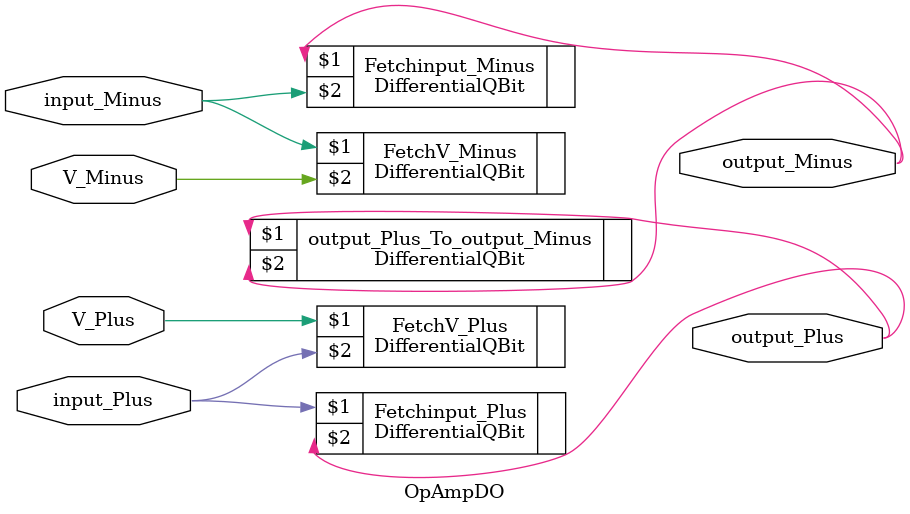
<source format=v>
`include "DigitSupply.vh"

module OpAmpDO
(
  input V_Plus,
  input input_Plus,
  output output_Plus,
  output output_Minus,
  input input_Minus,
  input V_Minus
);
  tri V_Plus;
  tri input_Plus;
  tri output_Plus;
  tri output_Minus;
  tri input_Minus;
  tri V_Minus;

  DifferentialQBit FetchV_Plus(V_Plus,input_Plus);
  DifferentialQBit FetchV_Minus(input_Minus,V_Minus);
  DifferentialQBit Fetchinput_Plus(input_Plus,output_Plus);
  DifferentialQBit Fetchinput_Minus(output_Minus,input_Minus);
  DifferentialQBit output_Plus_To_output_Minus(output_Plus,output_Minus);
  
endmodule

</source>
